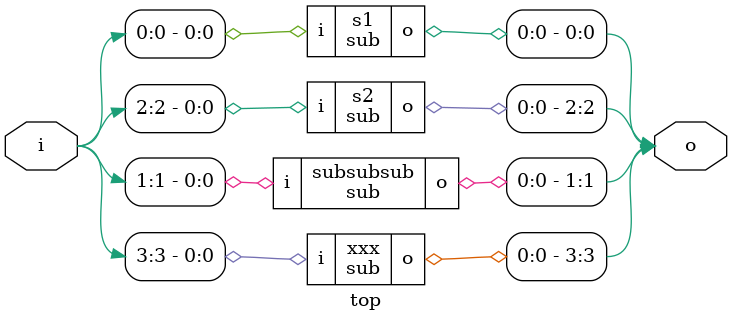
<source format=v>
(* blackbox *)
module sub (input i, output o);
endmodule

(* blackbox *)
module namedsub (input i, output o);
parameter name = "";
endmodule

module top(input [3:0] i, output [3:0] o);

sub s1 (i[0], o[0]);
sub subsubsub (i[1], o[1]);
sub s2 (i[2], o[2]);
sub xxx (i[3], o[3]);

endmodule

</source>
